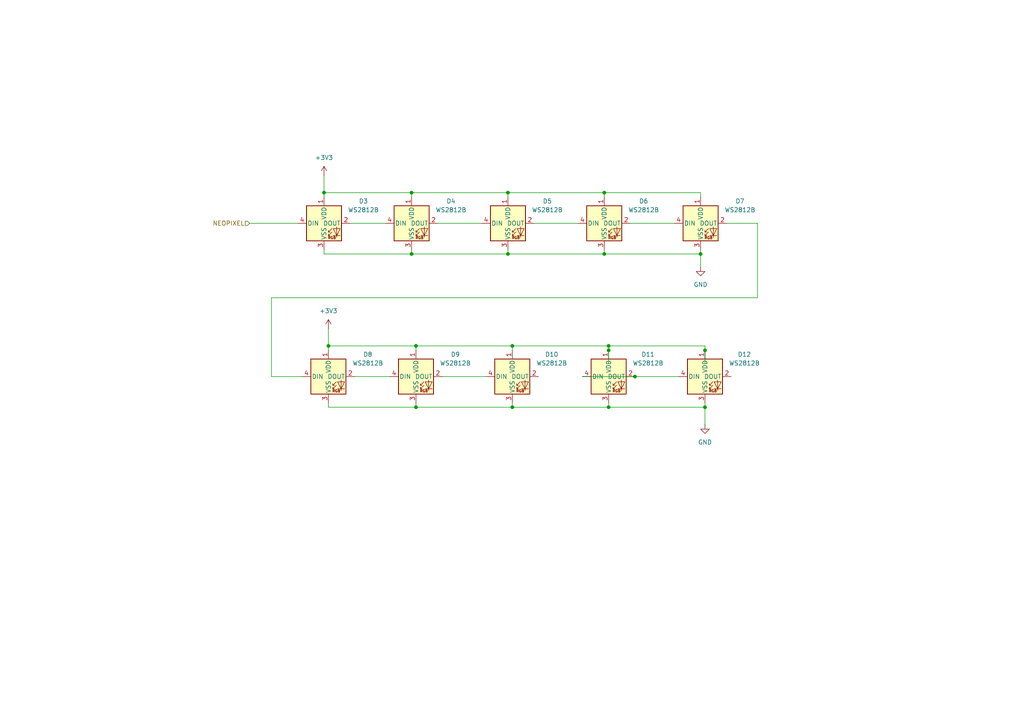
<source format=kicad_sch>
(kicad_sch (version 20250114) (generator "eeschema") (generator_version "9.0")
  (paper "A4")
  (lib_symbols
    (symbol "LED:WS2812B" (pin_names (offset 0.254))
      (property "Reference" "D" (at 5.08 5.715 0))
      (property "Value" "WS2812B" (at 1.27 -5.715 0))
      (symbol "WS2812B_0_0"
        (text "RGB" (at 2.286 -4.191 0) (effects (font (size 0.762 0.762))))
      )
      (symbol "WS2812B_0_1"
        (polyline (pts (xy 1.27 -2.54) (xy 1.778 -2.54)))
        (polyline (pts (xy 1.27 -3.556) (xy 1.778 -3.556)))
        (polyline (pts (xy 2.286 -1.524) (xy 1.27 -2.54) (xy 1.27 -2.032)))
        (polyline (pts (xy 2.286 -2.54) (xy 1.27 -3.556) (xy 1.27 -3.048)))
        (polyline (pts (xy 3.683 -1.016) (xy 3.683 -3.556) (xy 3.683 -4.064)))
        (polyline (pts (xy 4.699 -1.524) (xy 2.667 -1.524) (xy 3.683 -3.556) (xy 4.699 -1.524)))
        (polyline (pts (xy 4.699 -3.556) (xy 2.667 -3.556)))
        (rectangle (start 5.08 5.08) (end -5.08 -5.08) (stroke (width 0.254)) (fill (type background)))
      )
      (symbol "WS2812B_1_1"
        (pin input line (at -7.62 0 0) (length 2.54) (name "DIN") (number "4"))
        (pin power_in line (at 0 7.62 270) (length 2.54) (name "VDD") (number "1"))
        (pin power_in line (at 0 -7.62 90) (length 2.54) (name "VSS") (number "3"))
        (pin output line (at 7.62 0 180) (length 2.54) (name "DOUT") (number "2"))
      )
    )
    (symbol "power:+3V3" (power) (pin_numbers (hide yes)) (pin_names (offset 0) (hide yes))
      (property "Value" "+3V3" (at 0 3.556 0))
      (symbol "+3V3_0_1"
        (polyline (pts (xy -0.762 1.27) (xy 0 2.54)))
        (polyline (pts (xy 0 2.54) (xy 0.762 1.27)))
        (polyline (pts (xy 0 0) (xy 0 2.54)))
      )
      (symbol "+3V3_1_1"
        (pin power_in line (at 0 0 90) (length 0) (name "~") (number "1"))
      )
    )
    (symbol "power:GND" (power) (pin_numbers (hide yes)) (pin_names (offset 0) (hide yes))
      (property "Value" "GND" (at 0 -3.81 0))
      (symbol "GND_0_1"
        (polyline (pts (xy 0 0) (xy 0 -1.27) (xy 1.27 -1.27) (xy 0 -2.54) (xy -1.27 -1.27) (xy 0 -1.27)))
      )
      (symbol "GND_1_1"
        (pin power_in line (at 0 0 270) (length 0) (name "~") (number "1"))
      )
    )
  )
  (junction (at 175.26 55.88))
  (junction (at 203.2 73.66))
  (junction (at 176.53 100.33))
  (junction (at 93.98 55.88))
  (junction (at 147.32 73.66))
  (junction (at 148.59 118.11))
  (junction (at 148.59 100.33))
  (junction (at 204.47 118.11))
  (junction (at 204.47 101.6))
  (junction (at 176.53 118.11))
  (junction (at 147.32 55.88))
  (junction (at 184.15 109.22))
  (junction (at 176.53 101.6))
  (junction (at 95.25 100.33))
  (junction (at 175.26 73.66))
  (junction (at 119.38 73.66))
  (junction (at 119.38 55.88))
  (junction (at 120.65 118.11))
  (junction (at 120.65 100.33))
  (wire (pts (xy 148.59 118.11) (xy 148.59 116.84)))
  (wire (pts (xy 119.38 55.88) (xy 119.38 57.15)))
  (wire (pts (xy 148.59 101.6) (xy 148.59 100.33)))
  (wire (pts (xy 184.15 109.22) (xy 168.91 109.22)))
  (wire (pts (xy 204.47 118.11) (xy 204.47 123.19)))
  (wire (pts (xy 219.71 64.77) (xy 219.71 86.36)))
  (wire (pts (xy 203.2 73.66) (xy 203.2 77.47)))
  (wire (pts (xy 119.38 73.66) (xy 147.32 73.66)))
  (wire (pts (xy 147.32 73.66) (xy 147.32 72.39)))
  (wire (pts (xy 119.38 55.88) (xy 147.32 55.88)))
  (wire (pts (xy 95.25 95.25) (xy 95.25 100.33)))
  (wire (pts (xy 182.88 64.77) (xy 195.58 64.77)))
  (wire (pts (xy 102.87 109.22) (xy 113.03 109.22)))
  (wire (pts (xy 101.6 64.77) (xy 111.76 64.77)))
  (wire (pts (xy 204.47 105.41) (xy 204.47 101.6)))
  (wire (pts (xy 176.53 118.11) (xy 148.59 118.11)))
  (wire (pts (xy 128.27 109.22) (xy 140.97 109.22)))
  (wire (pts (xy 203.2 73.66) (xy 203.2 72.39)))
  (wire (pts (xy 95.25 100.33) (xy 95.25 101.6)))
  (wire (pts (xy 204.47 118.11) (xy 176.53 118.11)))
  (wire (pts (xy 176.53 118.11) (xy 176.53 116.84)))
  (wire (pts (xy 184.15 109.22) (xy 196.85 109.22)))
  (wire (pts (xy 176.53 105.41) (xy 176.53 101.6)))
  (wire (pts (xy 78.74 86.36) (xy 78.74 109.22)))
  (wire (pts (xy 120.65 100.33) (xy 148.59 100.33)))
  (wire (pts (xy 210.82 64.77) (xy 219.71 64.77)))
  (wire (pts (xy 154.94 64.77) (xy 167.64 64.77)))
  (wire (pts (xy 175.26 73.66) (xy 175.26 72.39)))
  (wire (pts (xy 175.26 73.66) (xy 203.2 73.66)))
  (wire (pts (xy 95.25 118.11) (xy 95.25 116.84)))
  (wire (pts (xy 175.26 55.88) (xy 203.2 55.88)))
  (wire (pts (xy 93.98 50.8) (xy 93.98 55.88)))
  (wire (pts (xy 147.32 55.88) (xy 147.32 57.15)))
  (wire (pts (xy 93.98 55.88) (xy 119.38 55.88)))
  (wire (pts (xy 78.74 109.22) (xy 87.63 109.22)))
  (wire (pts (xy 176.53 100.33) (xy 204.47 100.33)))
  (wire (pts (xy 127 64.77) (xy 139.7 64.77)))
  (wire (pts (xy 175.26 55.88) (xy 175.26 57.15)))
  (wire (pts (xy 176.53 101.6) (xy 176.53 100.33)))
  (wire (pts (xy 204.47 118.11) (xy 204.47 116.84)))
  (wire (pts (xy 120.65 100.33) (xy 120.65 101.6)))
  (wire (pts (xy 95.25 118.11) (xy 120.65 118.11)))
  (wire (pts (xy 204.47 100.33) (xy 204.47 101.6)))
  (wire (pts (xy 147.32 55.88) (xy 175.26 55.88)))
  (wire (pts (xy 93.98 73.66) (xy 93.98 72.39)))
  (wire (pts (xy 93.98 73.66) (xy 119.38 73.66)))
  (wire (pts (xy 95.25 100.33) (xy 120.65 100.33)))
  (wire (pts (xy 219.71 86.36) (xy 78.74 86.36)))
  (wire (pts (xy 119.38 73.66) (xy 119.38 72.39)))
  (wire (pts (xy 203.2 55.88) (xy 203.2 57.15)))
  (wire (pts (xy 93.98 55.88) (xy 93.98 57.15)))
  (wire (pts (xy 120.65 118.11) (xy 120.65 116.84)))
  (wire (pts (xy 148.59 118.11) (xy 120.65 118.11)))
  (wire (pts (xy 147.32 73.66) (xy 175.26 73.66)))
  (wire (pts (xy 72.39 64.77) (xy 86.36 64.77)))
  (wire (pts (xy 176.53 100.33) (xy 148.59 100.33)))
  (hierarchical_label "NEOPIXEL" (shape input) (at 72.39 64.77 180))
  (symbol (lib_id "LED:WS2812B") (at 147.32 64.77 0) (unit 1)
    (property "Reference" "D5" (at 158.75 58.3498 0))
    (property "Value" "WS2812B" (at 158.75 60.8898 0))
    (property "Footprint" "LED_SMD:LED_WS2812B_PLCC4_5.0x5.0mm_P3.2mm" (effects (hide yes)))
    (property "Datasheet" "https://cdn-shop.adafruit.com/datasheets/WS2812B.pdf" (effects (hide yes)))
    (property "Description" "RGB LED with integrated controller" (effects (hide yes)))
  )
  (symbol (lib_id "power:GND") (at 204.47 123.19 0) (unit 1)
    (property "Reference" "#PWR028" (effects (hide yes)))
    (property "Value" "GND" (at 204.47 128.27 0))
    (property "Description" "Power symbol creates a global label with name \"GND\" , ground" (effects (hide yes)))
  )
  (symbol (lib_id "LED:WS2812B") (at 120.65 109.22 0) (unit 1)
    (property "Reference" "D9" (at 132.08 102.7998 0))
    (property "Value" "WS2812B" (at 132.08 105.3398 0))
    (property "Footprint" "LED_SMD:LED_WS2812B_PLCC4_5.0x5.0mm_P3.2mm" (effects (hide yes)))
    (property "Datasheet" "https://cdn-shop.adafruit.com/datasheets/WS2812B.pdf" (effects (hide yes)))
    (property "Description" "RGB LED with integrated controller" (effects (hide yes)))
  )
  (symbol (lib_id "LED:WS2812B") (at 93.98 64.77 0) (unit 1)
    (property "Reference" "D3" (at 105.41 58.3498 0))
    (property "Value" "WS2812B" (at 105.41 60.8898 0))
    (property "Footprint" "LED_SMD:LED_WS2812B_PLCC4_5.0x5.0mm_P3.2mm" (effects (hide yes)))
    (property "Datasheet" "https://cdn-shop.adafruit.com/datasheets/WS2812B.pdf" (effects (hide yes)))
    (property "Description" "RGB LED with integrated controller" (effects (hide yes)))
  )
  (symbol (lib_id "power:+3V3") (at 93.98 50.8 0) (unit 1)
    (property "Reference" "#PWR029" (effects (hide yes)))
    (property "Value" "+3V3" (at 93.98 45.72 0))
    (property "Description" "Power symbol creates a global label with name \"+3V3\"" (effects (hide yes)))
  )
  (symbol (lib_id "LED:WS2812B") (at 203.2 64.77 0) (unit 1)
    (property "Reference" "D7" (at 214.63 58.3498 0))
    (property "Value" "WS2812B" (at 214.63 60.8898 0))
    (property "Footprint" "LED_SMD:LED_WS2812B_PLCC4_5.0x5.0mm_P3.2mm" (effects (hide yes)))
    (property "Datasheet" "https://cdn-shop.adafruit.com/datasheets/WS2812B.pdf" (effects (hide yes)))
    (property "Description" "RGB LED with integrated controller" (effects (hide yes)))
  )
  (symbol (lib_id "LED:WS2812B") (at 204.47 109.22 0) (unit 1)
    (property "Reference" "D12" (at 215.9 102.7998 0))
    (property "Value" "WS2812B" (at 215.9 105.3398 0))
    (property "Footprint" "LED_SMD:LED_WS2812B_PLCC4_5.0x5.0mm_P3.2mm" (effects (hide yes)))
    (property "Datasheet" "https://cdn-shop.adafruit.com/datasheets/WS2812B.pdf" (effects (hide yes)))
    (property "Description" "RGB LED with integrated controller" (effects (hide yes)))
  )
  (symbol (lib_id "LED:WS2812B") (at 175.26 64.77 0) (unit 1)
    (property "Reference" "D6" (at 186.69 58.3498 0))
    (property "Value" "WS2812B" (at 186.69 60.8898 0))
    (property "Footprint" "LED_SMD:LED_WS2812B_PLCC4_5.0x5.0mm_P3.2mm" (effects (hide yes)))
    (property "Datasheet" "https://cdn-shop.adafruit.com/datasheets/WS2812B.pdf" (effects (hide yes)))
    (property "Description" "RGB LED with integrated controller" (effects (hide yes)))
  )
  (symbol (lib_id "LED:WS2812B") (at 95.25 109.22 0) (unit 1)
    (property "Reference" "D8" (at 106.68 102.7998 0))
    (property "Value" "WS2812B" (at 106.68 105.3398 0))
    (property "Footprint" "LED_SMD:LED_WS2812B_PLCC4_5.0x5.0mm_P3.2mm" (effects (hide yes)))
    (property "Datasheet" "https://cdn-shop.adafruit.com/datasheets/WS2812B.pdf" (effects (hide yes)))
    (property "Description" "RGB LED with integrated controller" (effects (hide yes)))
  )
  (symbol (lib_id "power:+3V3") (at 95.25 95.25 0) (unit 1)
    (property "Reference" "#PWR030" (effects (hide yes)))
    (property "Value" "+3V3" (at 95.25 90.17 0))
    (property "Description" "Power symbol creates a global label with name \"+3V3\"" (effects (hide yes)))
  )
  (symbol (lib_id "LED:WS2812B") (at 119.38 64.77 0) (unit 1)
    (property "Reference" "D4" (at 130.81 58.3498 0))
    (property "Value" "WS2812B" (at 130.81 60.8898 0))
    (property "Footprint" "LED_SMD:LED_WS2812B_PLCC4_5.0x5.0mm_P3.2mm" (effects (hide yes)))
    (property "Datasheet" "https://cdn-shop.adafruit.com/datasheets/WS2812B.pdf" (effects (hide yes)))
    (property "Description" "RGB LED with integrated controller" (effects (hide yes)))
  )
  (symbol (lib_id "LED:WS2812B") (at 148.59 109.22 0) (unit 1)
    (property "Reference" "D10" (at 160.02 102.7998 0))
    (property "Value" "WS2812B" (at 160.02 105.3398 0))
    (property "Footprint" "LED_SMD:LED_WS2812B_PLCC4_5.0x5.0mm_P3.2mm" (effects (hide yes)))
    (property "Datasheet" "https://cdn-shop.adafruit.com/datasheets/WS2812B.pdf" (effects (hide yes)))
    (property "Description" "RGB LED with integrated controller" (effects (hide yes)))
  )
  (symbol (lib_id "power:GND") (at 203.2 77.47 0) (unit 1)
    (property "Reference" "#PWR026" (effects (hide yes)))
    (property "Value" "GND" (at 203.2 82.55 0))
    (property "Description" "Power symbol creates a global label with name \"GND\" , ground" (effects (hide yes)))
  )
  (symbol (lib_id "LED:WS2812B") (at 176.53 109.22 0) (unit 1)
    (property "Reference" "D11" (at 187.96 102.7998 0))
    (property "Value" "WS2812B" (at 187.96 105.3398 0))
    (property "Footprint" "LED_SMD:LED_WS2812B_PLCC4_5.0x5.0mm_P3.2mm" (effects (hide yes)))
    (property "Datasheet" "https://cdn-shop.adafruit.com/datasheets/WS2812B.pdf" (effects (hide yes)))
    (property "Description" "RGB LED with integrated controller" (effects (hide yes)))
  )
)
</source>
